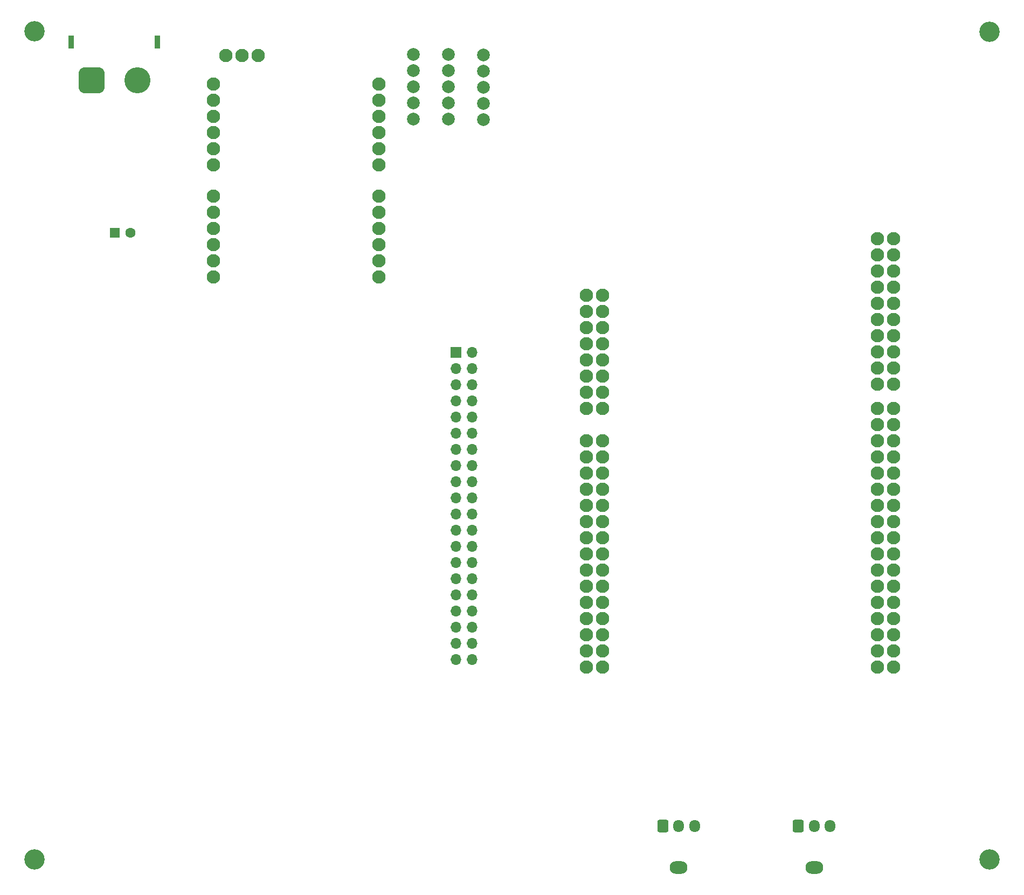
<source format=gbr>
%TF.GenerationSoftware,KiCad,Pcbnew,7.0.11*%
%TF.CreationDate,2025-03-20T11:18:49+09:00*%
%TF.ProjectId,RDC_Humanoid_Logic,5244435f-4875-46d6-916e-6f69645f4c6f,rev?*%
%TF.SameCoordinates,Original*%
%TF.FileFunction,Soldermask,Bot*%
%TF.FilePolarity,Negative*%
%FSLAX46Y46*%
G04 Gerber Fmt 4.6, Leading zero omitted, Abs format (unit mm)*
G04 Created by KiCad (PCBNEW 7.0.11) date 2025-03-20 11:18:49*
%MOMM*%
%LPD*%
G01*
G04 APERTURE LIST*
G04 Aperture macros list*
%AMRoundRect*
0 Rectangle with rounded corners*
0 $1 Rounding radius*
0 $2 $3 $4 $5 $6 $7 $8 $9 X,Y pos of 4 corners*
0 Add a 4 corners polygon primitive as box body*
4,1,4,$2,$3,$4,$5,$6,$7,$8,$9,$2,$3,0*
0 Add four circle primitives for the rounded corners*
1,1,$1+$1,$2,$3*
1,1,$1+$1,$4,$5*
1,1,$1+$1,$6,$7*
1,1,$1+$1,$8,$9*
0 Add four rect primitives between the rounded corners*
20,1,$1+$1,$2,$3,$4,$5,0*
20,1,$1+$1,$4,$5,$6,$7,0*
20,1,$1+$1,$6,$7,$8,$9,0*
20,1,$1+$1,$8,$9,$2,$3,0*%
G04 Aperture macros list end*
%ADD10C,2.100000*%
%ADD11O,2.800000X2.000000*%
%ADD12RoundRect,0.250000X-0.600000X-0.725000X0.600000X-0.725000X0.600000X0.725000X-0.600000X0.725000X0*%
%ADD13O,1.700000X1.950000*%
%ADD14C,2.000000*%
%ADD15R,1.700000X1.700000*%
%ADD16O,1.700000X1.700000*%
%ADD17C,3.200000*%
%ADD18R,1.600000X1.600000*%
%ADD19C,1.600000*%
%ADD20R,0.900000X2.000000*%
%ADD21RoundRect,1.025000X-1.025000X-1.025000X1.025000X-1.025000X1.025000X1.025000X-1.025000X1.025000X0*%
%ADD22C,4.100000*%
G04 APERTURE END LIST*
D10*
%TO.C,U3*%
X157740000Y-69220000D03*
X160280000Y-69220000D03*
X157740000Y-71760000D03*
X160280000Y-71760000D03*
X157740000Y-74300000D03*
X160280000Y-74300000D03*
X157740000Y-76840000D03*
X160280000Y-76840000D03*
X157740000Y-79380000D03*
X160280000Y-79380000D03*
X157740000Y-81920000D03*
X160280000Y-81920000D03*
X157740000Y-84460000D03*
X160280000Y-84460000D03*
X157740000Y-87000000D03*
X160280000Y-87000000D03*
X157740000Y-92080000D03*
X160280000Y-92080000D03*
X157740000Y-94620000D03*
X160280000Y-94620000D03*
X157740000Y-97160000D03*
X160280000Y-97160000D03*
X157740000Y-99700000D03*
X160280000Y-99700000D03*
X157740000Y-102240000D03*
X160280000Y-102240000D03*
X157740000Y-104780000D03*
X160280000Y-104780000D03*
X157740000Y-107320000D03*
X160280000Y-107320000D03*
X157740000Y-109860000D03*
X160280000Y-109860000D03*
X157740000Y-112400000D03*
X160280000Y-112400000D03*
X157740000Y-114940000D03*
X160280000Y-114940000D03*
X157740000Y-117480000D03*
X160280000Y-117480000D03*
X157740000Y-120020000D03*
X160280000Y-120020000D03*
X157740000Y-122560000D03*
X160280000Y-122560000D03*
X157740000Y-125100000D03*
X160280000Y-125100000D03*
X157740000Y-127640000D03*
X160280000Y-127640000D03*
X203460000Y-60330000D03*
X206000000Y-60330000D03*
X203460000Y-62870000D03*
X206000000Y-62870000D03*
X203460000Y-65410000D03*
X206000000Y-65410000D03*
X203460000Y-67950000D03*
X206000000Y-67950000D03*
X203460000Y-70490000D03*
X206000000Y-70490000D03*
X203460000Y-73030000D03*
X206000000Y-73030000D03*
X203460000Y-75570000D03*
X206000000Y-75570000D03*
X203460000Y-78110000D03*
X206000000Y-78110000D03*
X203460000Y-80650000D03*
X206000000Y-80650000D03*
X203460000Y-83190000D03*
X206000000Y-83190000D03*
X203460000Y-87000000D03*
X206000000Y-87000000D03*
X203460000Y-89540000D03*
X206000000Y-89540000D03*
X203460000Y-92080000D03*
X206000000Y-92080000D03*
X203460000Y-94620000D03*
X206000000Y-94620000D03*
X203460000Y-97160000D03*
X206000000Y-97160000D03*
X203460000Y-99700000D03*
X206000000Y-99700000D03*
X203460000Y-102240000D03*
X206000000Y-102240000D03*
X203460000Y-104780000D03*
X206000000Y-104780000D03*
X203460000Y-107320000D03*
X206000000Y-107320000D03*
X203460000Y-109860000D03*
X206000000Y-109860000D03*
X203460000Y-112400000D03*
X206000000Y-112400000D03*
X203460000Y-114940000D03*
X206000000Y-114940000D03*
X203460000Y-117480000D03*
X206000000Y-117480000D03*
X203460000Y-120020000D03*
X206000000Y-120020000D03*
X203460000Y-122560000D03*
X206000000Y-122560000D03*
X203460000Y-125100000D03*
X206000000Y-125100000D03*
X203460000Y-127640000D03*
X206000000Y-127640000D03*
%TD*%
D11*
%TO.C,J3*%
X193500000Y-159100000D03*
D12*
X191000000Y-152600000D03*
D13*
X193500000Y-152600000D03*
X196000000Y-152600000D03*
%TD*%
D10*
%TO.C,for_PG1*%
X101060000Y-31500000D03*
X103600000Y-31500000D03*
X106140000Y-31500000D03*
%TD*%
D14*
%TO.C,SW1*%
X130525000Y-41555000D03*
X130525000Y-31395000D03*
X130525000Y-39015000D03*
X130525000Y-36475000D03*
X130525000Y-33935000D03*
%TD*%
%TO.C,SW3*%
X141525000Y-41595000D03*
X141525000Y-31435000D03*
X141525000Y-39055000D03*
X141525000Y-36515000D03*
X141525000Y-33975000D03*
%TD*%
D15*
%TO.C,J4*%
X137237500Y-78205000D03*
D16*
X139777500Y-78205000D03*
X137237500Y-80745000D03*
X139777500Y-80745000D03*
X137237500Y-83285000D03*
X139777500Y-83285000D03*
X137237500Y-85825000D03*
X139777500Y-85825000D03*
X137237500Y-88365000D03*
X139777500Y-88365000D03*
X137237500Y-90905000D03*
X139777500Y-90905000D03*
X137237500Y-93445000D03*
X139777500Y-93445000D03*
X137237500Y-95985000D03*
X139777500Y-95985000D03*
X137237500Y-98525000D03*
X139777500Y-98525000D03*
X137237500Y-101065000D03*
X139777500Y-101065000D03*
X137237500Y-103605000D03*
X139777500Y-103605000D03*
X137237500Y-106145000D03*
X139777500Y-106145000D03*
X137237500Y-108685000D03*
X139777500Y-108685000D03*
X137237500Y-111225000D03*
X139777500Y-111225000D03*
X137237500Y-113765000D03*
X139777500Y-113765000D03*
X137237500Y-116305000D03*
X139777500Y-116305000D03*
X137237500Y-118845000D03*
X139777500Y-118845000D03*
X137237500Y-121385000D03*
X139777500Y-121385000D03*
X137237500Y-123925000D03*
X139777500Y-123925000D03*
X137237500Y-126465000D03*
X139777500Y-126465000D03*
%TD*%
D11*
%TO.C,J2*%
X172200000Y-159100000D03*
D12*
X169700000Y-152600000D03*
D13*
X172200000Y-152600000D03*
X174700000Y-152600000D03*
%TD*%
D10*
%TO.C,to_STM1*%
X99120000Y-36050000D03*
X99120000Y-38590000D03*
X99120000Y-41130000D03*
X99120000Y-43670000D03*
X99120000Y-46210000D03*
X99120000Y-48750000D03*
X125080000Y-48750000D03*
X125080000Y-46210000D03*
X125080000Y-43670000D03*
X125080000Y-41130000D03*
X125080000Y-38590000D03*
X125080000Y-36050000D03*
%TD*%
D17*
%TO.C,H1*%
X71042500Y-27760000D03*
%TD*%
D10*
%TO.C,to_RPI1*%
X99120000Y-53650000D03*
X99120000Y-56190000D03*
X99120000Y-58730000D03*
X99120000Y-61270000D03*
X99120000Y-63810000D03*
X99120000Y-66350000D03*
X125080000Y-66350000D03*
X125080000Y-63810000D03*
X125080000Y-61270000D03*
X125080000Y-58730000D03*
X125080000Y-56190000D03*
X125080000Y-53650000D03*
%TD*%
D14*
%TO.C,SW2*%
X136025000Y-41555000D03*
X136025000Y-31395000D03*
X136025000Y-39015000D03*
X136025000Y-36475000D03*
X136025000Y-33935000D03*
%TD*%
D17*
%TO.C,H4*%
X221012500Y-157830000D03*
%TD*%
%TO.C,H2*%
X221012500Y-27830000D03*
%TD*%
%TO.C,H3*%
X71012500Y-157830000D03*
%TD*%
D18*
%TO.C,C1*%
X83606000Y-59436000D03*
D19*
X86106000Y-59436000D03*
%TD*%
D20*
%TO.C,J1*%
X76797000Y-29464000D03*
X90297000Y-29464000D03*
D21*
X79947000Y-35464000D03*
D22*
X87147000Y-35464000D03*
%TD*%
M02*

</source>
